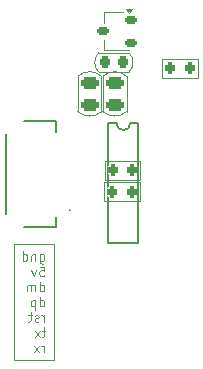
<source format=gbr>
%TF.GenerationSoftware,KiCad,Pcbnew,9.0.0*%
%TF.CreationDate,2025-02-26T19:49:16+08:00*%
%TF.ProjectId,keyboard,6b657962-6f61-4726-942e-6b696361645f,rev?*%
%TF.SameCoordinates,Original*%
%TF.FileFunction,Legend,Bot*%
%TF.FilePolarity,Positive*%
%FSLAX46Y46*%
G04 Gerber Fmt 4.6, Leading zero omitted, Abs format (unit mm)*
G04 Created by KiCad (PCBNEW 9.0.0) date 2025-02-26 19:49:16*
%MOMM*%
%LPD*%
G01*
G04 APERTURE LIST*
G04 Aperture macros list*
%AMRoundRect*
0 Rectangle with rounded corners*
0 $1 Rounding radius*
0 $2 $3 $4 $5 $6 $7 $8 $9 X,Y pos of 4 corners*
0 Add a 4 corners polygon primitive as box body*
4,1,4,$2,$3,$4,$5,$6,$7,$8,$9,$2,$3,0*
0 Add four circle primitives for the rounded corners*
1,1,$1+$1,$2,$3*
1,1,$1+$1,$4,$5*
1,1,$1+$1,$6,$7*
1,1,$1+$1,$8,$9*
0 Add four rect primitives between the rounded corners*
20,1,$1+$1,$2,$3,$4,$5,0*
20,1,$1+$1,$4,$5,$6,$7,0*
20,1,$1+$1,$6,$7,$8,$9,0*
20,1,$1+$1,$8,$9,$2,$3,0*%
%AMOutline5P*
0 Free polygon, 5 corners , with rotation*
0 The origin of the aperture is its center*
0 number of corners: always 5*
0 $1 to $10 corner X, Y*
0 $11 Rotation angle, in degrees counterclockwise*
0 create outline with 5 corners*
4,1,5,$1,$2,$3,$4,$5,$6,$7,$8,$9,$10,$1,$2,$11*%
%AMOutline6P*
0 Free polygon, 6 corners , with rotation*
0 The origin of the aperture is its center*
0 number of corners: always 6*
0 $1 to $12 corner X, Y*
0 $13 Rotation angle, in degrees counterclockwise*
0 create outline with 6 corners*
4,1,6,$1,$2,$3,$4,$5,$6,$7,$8,$9,$10,$11,$12,$1,$2,$13*%
%AMOutline7P*
0 Free polygon, 7 corners , with rotation*
0 The origin of the aperture is its center*
0 number of corners: always 7*
0 $1 to $14 corner X, Y*
0 $15 Rotation angle, in degrees counterclockwise*
0 create outline with 7 corners*
4,1,7,$1,$2,$3,$4,$5,$6,$7,$8,$9,$10,$11,$12,$13,$14,$1,$2,$15*%
%AMOutline8P*
0 Free polygon, 8 corners , with rotation*
0 The origin of the aperture is its center*
0 number of corners: always 8*
0 $1 to $16 corner X, Y*
0 $17 Rotation angle, in degrees counterclockwise*
0 create outline with 8 corners*
4,1,8,$1,$2,$3,$4,$5,$6,$7,$8,$9,$10,$11,$12,$13,$14,$15,$16,$1,$2,$17*%
G04 Aperture macros list end*
%ADD10C,0.100000*%
%ADD11C,0.120000*%
%ADD12C,0.200000*%
%ADD13C,0.203200*%
%ADD14RoundRect,0.200000X0.200000X0.275000X-0.200000X0.275000X-0.200000X-0.275000X0.200000X-0.275000X0*%
%ADD15RoundRect,0.250000X0.475000X-0.250000X0.475000X0.250000X-0.475000X0.250000X-0.475000X-0.250000X0*%
%ADD16RoundRect,0.225000X0.225000X0.250000X-0.225000X0.250000X-0.225000X-0.250000X0.225000X-0.250000X0*%
%ADD17C,3.200000*%
%ADD18R,1.550000X0.600000*%
%ADD19R,1.800000X1.200000*%
%ADD20RoundRect,0.175000X0.325000X0.175000X-0.325000X0.175000X-0.325000X-0.175000X0.325000X-0.175000X0*%
%ADD21R,1.828800X0.558800*%
%ADD22Outline8P,-0.279400X0.774700X-0.139700X0.914400X0.139700X0.914400X0.279400X0.774700X0.279400X-0.774700X0.139700X-0.914400X-0.139700X-0.914400X-0.279400X-0.774700X270.000000*%
G04 APERTURE END LIST*
D10*
X168700877Y-104399561D02*
X168700877Y-105047180D01*
X168700877Y-105047180D02*
X168738972Y-105123371D01*
X168738972Y-105123371D02*
X168777068Y-105161466D01*
X168777068Y-105161466D02*
X168853258Y-105199561D01*
X168853258Y-105199561D02*
X168967544Y-105199561D01*
X168967544Y-105199561D02*
X169043734Y-105161466D01*
X168700877Y-104894800D02*
X168777068Y-104932895D01*
X168777068Y-104932895D02*
X168929449Y-104932895D01*
X168929449Y-104932895D02*
X169005639Y-104894800D01*
X169005639Y-104894800D02*
X169043734Y-104856704D01*
X169043734Y-104856704D02*
X169081830Y-104780514D01*
X169081830Y-104780514D02*
X169081830Y-104551942D01*
X169081830Y-104551942D02*
X169043734Y-104475752D01*
X169043734Y-104475752D02*
X169005639Y-104437657D01*
X169005639Y-104437657D02*
X168929449Y-104399561D01*
X168929449Y-104399561D02*
X168777068Y-104399561D01*
X168777068Y-104399561D02*
X168700877Y-104437657D01*
X168319924Y-104399561D02*
X168319924Y-104932895D01*
X168319924Y-104475752D02*
X168281829Y-104437657D01*
X168281829Y-104437657D02*
X168205639Y-104399561D01*
X168205639Y-104399561D02*
X168091353Y-104399561D01*
X168091353Y-104399561D02*
X168015162Y-104437657D01*
X168015162Y-104437657D02*
X167977067Y-104513847D01*
X167977067Y-104513847D02*
X167977067Y-104932895D01*
X167253257Y-104932895D02*
X167253257Y-104132895D01*
X167253257Y-104894800D02*
X167329448Y-104932895D01*
X167329448Y-104932895D02*
X167481829Y-104932895D01*
X167481829Y-104932895D02*
X167558019Y-104894800D01*
X167558019Y-104894800D02*
X167596114Y-104856704D01*
X167596114Y-104856704D02*
X167634210Y-104780514D01*
X167634210Y-104780514D02*
X167634210Y-104551942D01*
X167634210Y-104551942D02*
X167596114Y-104475752D01*
X167596114Y-104475752D02*
X167558019Y-104437657D01*
X167558019Y-104437657D02*
X167481829Y-104399561D01*
X167481829Y-104399561D02*
X167329448Y-104399561D01*
X167329448Y-104399561D02*
X167253257Y-104437657D01*
X168662782Y-105420850D02*
X169043734Y-105420850D01*
X169043734Y-105420850D02*
X169081830Y-105801802D01*
X169081830Y-105801802D02*
X169043734Y-105763707D01*
X169043734Y-105763707D02*
X168967544Y-105725612D01*
X168967544Y-105725612D02*
X168777068Y-105725612D01*
X168777068Y-105725612D02*
X168700877Y-105763707D01*
X168700877Y-105763707D02*
X168662782Y-105801802D01*
X168662782Y-105801802D02*
X168624687Y-105877993D01*
X168624687Y-105877993D02*
X168624687Y-106068469D01*
X168624687Y-106068469D02*
X168662782Y-106144659D01*
X168662782Y-106144659D02*
X168700877Y-106182755D01*
X168700877Y-106182755D02*
X168777068Y-106220850D01*
X168777068Y-106220850D02*
X168967544Y-106220850D01*
X168967544Y-106220850D02*
X169043734Y-106182755D01*
X169043734Y-106182755D02*
X169081830Y-106144659D01*
X168358020Y-105687516D02*
X168167544Y-106220850D01*
X168167544Y-106220850D02*
X167977067Y-105687516D01*
X168700877Y-107508805D02*
X168700877Y-106708805D01*
X168700877Y-107470710D02*
X168777068Y-107508805D01*
X168777068Y-107508805D02*
X168929449Y-107508805D01*
X168929449Y-107508805D02*
X169005639Y-107470710D01*
X169005639Y-107470710D02*
X169043734Y-107432614D01*
X169043734Y-107432614D02*
X169081830Y-107356424D01*
X169081830Y-107356424D02*
X169081830Y-107127852D01*
X169081830Y-107127852D02*
X169043734Y-107051662D01*
X169043734Y-107051662D02*
X169005639Y-107013567D01*
X169005639Y-107013567D02*
X168929449Y-106975471D01*
X168929449Y-106975471D02*
X168777068Y-106975471D01*
X168777068Y-106975471D02*
X168700877Y-107013567D01*
X168319924Y-107508805D02*
X168319924Y-106975471D01*
X168319924Y-107051662D02*
X168281829Y-107013567D01*
X168281829Y-107013567D02*
X168205639Y-106975471D01*
X168205639Y-106975471D02*
X168091353Y-106975471D01*
X168091353Y-106975471D02*
X168015162Y-107013567D01*
X168015162Y-107013567D02*
X167977067Y-107089757D01*
X167977067Y-107089757D02*
X167977067Y-107508805D01*
X167977067Y-107089757D02*
X167938972Y-107013567D01*
X167938972Y-107013567D02*
X167862781Y-106975471D01*
X167862781Y-106975471D02*
X167748496Y-106975471D01*
X167748496Y-106975471D02*
X167672305Y-107013567D01*
X167672305Y-107013567D02*
X167634210Y-107089757D01*
X167634210Y-107089757D02*
X167634210Y-107508805D01*
X168700877Y-108796760D02*
X168700877Y-107996760D01*
X168700877Y-108758665D02*
X168777068Y-108796760D01*
X168777068Y-108796760D02*
X168929449Y-108796760D01*
X168929449Y-108796760D02*
X169005639Y-108758665D01*
X169005639Y-108758665D02*
X169043734Y-108720569D01*
X169043734Y-108720569D02*
X169081830Y-108644379D01*
X169081830Y-108644379D02*
X169081830Y-108415807D01*
X169081830Y-108415807D02*
X169043734Y-108339617D01*
X169043734Y-108339617D02*
X169005639Y-108301522D01*
X169005639Y-108301522D02*
X168929449Y-108263426D01*
X168929449Y-108263426D02*
X168777068Y-108263426D01*
X168777068Y-108263426D02*
X168700877Y-108301522D01*
X168319924Y-108263426D02*
X168319924Y-109063426D01*
X168319924Y-108301522D02*
X168243734Y-108263426D01*
X168243734Y-108263426D02*
X168091353Y-108263426D01*
X168091353Y-108263426D02*
X168015162Y-108301522D01*
X168015162Y-108301522D02*
X167977067Y-108339617D01*
X167977067Y-108339617D02*
X167938972Y-108415807D01*
X167938972Y-108415807D02*
X167938972Y-108644379D01*
X167938972Y-108644379D02*
X167977067Y-108720569D01*
X167977067Y-108720569D02*
X168015162Y-108758665D01*
X168015162Y-108758665D02*
X168091353Y-108796760D01*
X168091353Y-108796760D02*
X168243734Y-108796760D01*
X168243734Y-108796760D02*
X168319924Y-108758665D01*
X169043734Y-110084715D02*
X169043734Y-109551381D01*
X169043734Y-109703762D02*
X169005639Y-109627572D01*
X169005639Y-109627572D02*
X168967544Y-109589477D01*
X168967544Y-109589477D02*
X168891353Y-109551381D01*
X168891353Y-109551381D02*
X168815163Y-109551381D01*
X168586592Y-110046620D02*
X168510401Y-110084715D01*
X168510401Y-110084715D02*
X168358020Y-110084715D01*
X168358020Y-110084715D02*
X168281830Y-110046620D01*
X168281830Y-110046620D02*
X168243734Y-109970429D01*
X168243734Y-109970429D02*
X168243734Y-109932334D01*
X168243734Y-109932334D02*
X168281830Y-109856143D01*
X168281830Y-109856143D02*
X168358020Y-109818048D01*
X168358020Y-109818048D02*
X168472306Y-109818048D01*
X168472306Y-109818048D02*
X168548496Y-109779953D01*
X168548496Y-109779953D02*
X168586592Y-109703762D01*
X168586592Y-109703762D02*
X168586592Y-109665667D01*
X168586592Y-109665667D02*
X168548496Y-109589477D01*
X168548496Y-109589477D02*
X168472306Y-109551381D01*
X168472306Y-109551381D02*
X168358020Y-109551381D01*
X168358020Y-109551381D02*
X168281830Y-109589477D01*
X168015163Y-109551381D02*
X167710401Y-109551381D01*
X167900877Y-109284715D02*
X167900877Y-109970429D01*
X167900877Y-109970429D02*
X167862782Y-110046620D01*
X167862782Y-110046620D02*
X167786592Y-110084715D01*
X167786592Y-110084715D02*
X167710401Y-110084715D01*
X169158020Y-110839336D02*
X168853258Y-110839336D01*
X169043734Y-110572670D02*
X169043734Y-111258384D01*
X169043734Y-111258384D02*
X169005639Y-111334575D01*
X169005639Y-111334575D02*
X168929449Y-111372670D01*
X168929449Y-111372670D02*
X168853258Y-111372670D01*
X168662782Y-111372670D02*
X168243734Y-110839336D01*
X168662782Y-110839336D02*
X168243734Y-111372670D01*
X169043734Y-112660625D02*
X169043734Y-112127291D01*
X169043734Y-112279672D02*
X169005639Y-112203482D01*
X169005639Y-112203482D02*
X168967544Y-112165387D01*
X168967544Y-112165387D02*
X168891353Y-112127291D01*
X168891353Y-112127291D02*
X168815163Y-112127291D01*
X168624687Y-112660625D02*
X168205639Y-112127291D01*
X168624687Y-112127291D02*
X168205639Y-112660625D01*
X166500000Y-103500000D02*
X169900000Y-103500000D01*
X169900000Y-113300000D01*
X166500000Y-113300000D01*
X166500000Y-103500000D01*
D11*
%TO.C,R5*%
X182060000Y-89440000D02*
X179060000Y-89440000D01*
X182060000Y-87840000D02*
X182060000Y-89440000D01*
X179060000Y-87840000D02*
X182060000Y-87840000D01*
X179060000Y-89440000D02*
X179060000Y-87840000D01*
%TO.C,C1*%
X173910000Y-92300894D02*
G75*
G02*
X171910000Y-92300894I-1000000J1122254D01*
G01*
X171910000Y-89300894D02*
G75*
G02*
X173910000Y-89300894I1000000J-1122254D01*
G01*
X173910000Y-92300894D02*
X173910000Y-89300894D01*
X171910000Y-89300894D02*
X171910000Y-92300894D01*
%TO.C,R4*%
X177160000Y-99871750D02*
X174160000Y-99871750D01*
X177160000Y-98271750D02*
X177160000Y-99871750D01*
X174160000Y-98271750D02*
X177160000Y-98271750D01*
X174160000Y-99871750D02*
X174160000Y-98271750D01*
%TO.C,R3*%
X177184500Y-98079000D02*
X174184500Y-98079000D01*
X177184500Y-96479000D02*
X177184500Y-98079000D01*
X174184500Y-96479000D02*
X177184500Y-96479000D01*
X174184500Y-98079000D02*
X174184500Y-96479000D01*
%TO.C,C3*%
X176259106Y-88930002D02*
X173659106Y-88930000D01*
X173659106Y-87329998D02*
X176259106Y-87330000D01*
X176259106Y-87330000D02*
G75*
G02*
X176259106Y-88930002I-840224J-800001D01*
G01*
X173659106Y-88930000D02*
G75*
G02*
X173659106Y-87329998I840224J800001D01*
G01*
D12*
%TO.C,J1*%
X165827330Y-94200000D02*
X165827330Y-101000000D01*
X167352330Y-93100000D02*
X170077330Y-93100000D01*
X167352330Y-102100000D02*
X170077330Y-102100000D01*
X170077330Y-93100000D02*
X170077330Y-94000000D01*
X170077330Y-102100000D02*
X170077330Y-101200000D01*
D10*
X171152330Y-100600000D02*
X171152330Y-100600000D01*
X171252330Y-100600000D02*
X171252330Y-100600000D01*
X171152330Y-100600000D02*
G75*
G02*
X171252330Y-100600000I50000J0D01*
G01*
X171252330Y-100600000D02*
G75*
G02*
X171152330Y-100600000I-50000J0D01*
G01*
D11*
%TO.C,C2*%
X174030000Y-89300894D02*
X174030000Y-92300894D01*
X176030000Y-92300894D02*
X176030000Y-89300894D01*
X174030000Y-89300894D02*
G75*
G02*
X176030000Y-89300894I1000000J-1122254D01*
G01*
X176030000Y-92300894D02*
G75*
G02*
X174030000Y-92300894I-1000000J1122254D01*
G01*
%TO.C,U1*%
X174125000Y-83897500D02*
X175725000Y-83897500D01*
X174125000Y-84807500D02*
X174125000Y-83897500D01*
X174125000Y-87117500D02*
X174125000Y-86207500D01*
X174125000Y-87117500D02*
X176275000Y-87117500D01*
X176225000Y-83947500D02*
X175985000Y-83617500D01*
X176465000Y-83617500D01*
X176225000Y-83947500D01*
G36*
X176225000Y-83947500D02*
G01*
X175985000Y-83617500D01*
X176465000Y-83617500D01*
X176225000Y-83947500D01*
G37*
D13*
%TO.C,U4*%
X174498000Y-93269000D02*
X175168000Y-93269000D01*
X174498000Y-103429000D02*
X174498000Y-93269000D01*
X174498000Y-103429000D02*
X177038000Y-103429000D01*
X176368000Y-93269000D02*
X177038000Y-93269000D01*
X177038000Y-103429000D02*
X177038000Y-93269000D01*
X176368000Y-93269000D02*
G75*
G02*
X175168000Y-93269000I-600000J0D01*
G01*
%TD*%
%LPC*%
D14*
%TO.C,R5*%
X181385000Y-88640000D03*
X179735000Y-88640000D03*
%TD*%
D15*
%TO.C,C1*%
X172910000Y-89850894D03*
X172910000Y-91750894D03*
%TD*%
D14*
%TO.C,R4*%
X176485000Y-99071750D03*
X174835000Y-99071750D03*
%TD*%
%TO.C,R3*%
X176509500Y-97279000D03*
X174859500Y-97279000D03*
%TD*%
D16*
%TO.C,C3*%
X175734106Y-88130000D03*
X174184106Y-88130000D03*
%TD*%
D17*
%TO.C,H2*%
X181200000Y-33800000D03*
%TD*%
%TO.C,H1*%
X169200000Y-33800000D03*
%TD*%
%TO.C,H3*%
X175275000Y-58775000D03*
%TD*%
D18*
%TO.C,J1*%
X169952330Y-100600000D03*
X169952330Y-99600000D03*
X169952330Y-98600000D03*
X169952330Y-97600000D03*
X169952330Y-96600000D03*
X169952330Y-95600000D03*
X169952330Y-94600000D03*
D19*
X166077330Y-101900000D03*
X166077330Y-93300000D03*
%TD*%
D15*
%TO.C,C2*%
X175030000Y-91750894D03*
X175030000Y-89850894D03*
%TD*%
D20*
%TO.C,U1*%
X176400000Y-84557500D03*
X176400000Y-86457500D03*
X174000000Y-85507500D03*
%TD*%
D21*
%TO.C,U4*%
X178562000Y-93904000D03*
D22*
X178562000Y-95174000D03*
X178562000Y-96444000D03*
X178562000Y-97714000D03*
X178562000Y-98984000D03*
X178562000Y-100254000D03*
X178562000Y-101524000D03*
X178562000Y-102794000D03*
X172974000Y-102794000D03*
X172974000Y-101524000D03*
X172974000Y-100254000D03*
X172974000Y-98984000D03*
X172974000Y-97714000D03*
X172974000Y-96444000D03*
X172974000Y-95174000D03*
X172974000Y-93904000D03*
%TD*%
%LPD*%
M02*

</source>
